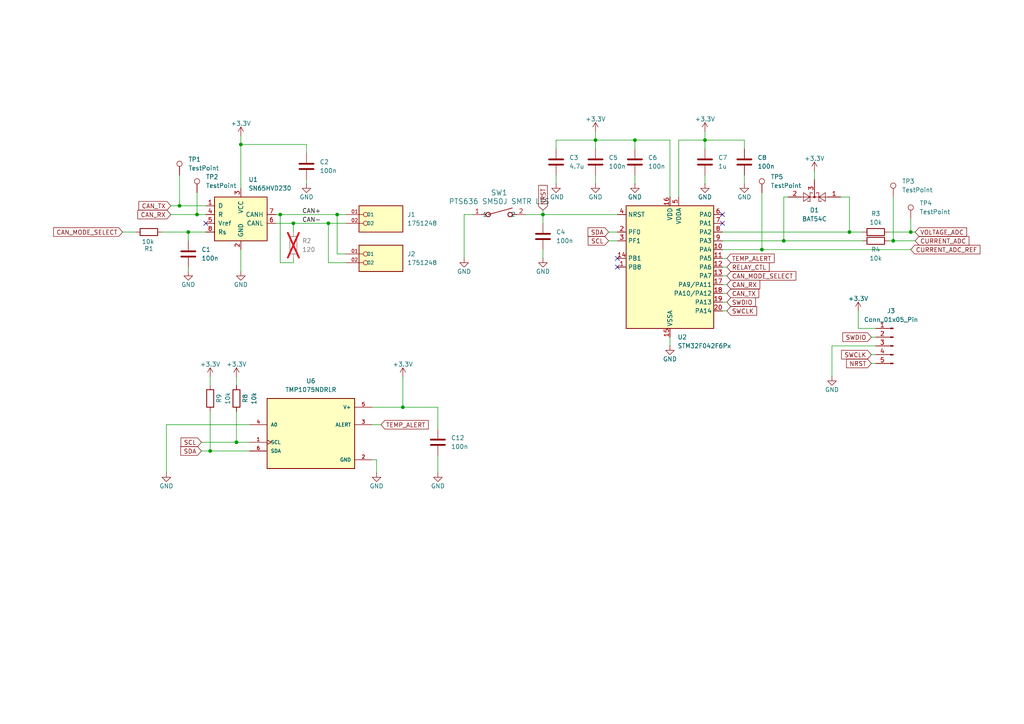
<source format=kicad_sch>
(kicad_sch (version 20231120) (generator "eeschema") (generator_version "8.0")
  (paper "A4")
  (lib_symbols
    (symbol "1751248:1751248" (pin_names (offset 1.016))
      (property "Reference" "J" (at -6.85 5.08 0))
      (property "Value" "1751248" (at -6.35 -5.08 0))
      (symbol "1751248_0_0"
        (rectangle (start -6.35 -2.54) (end 6.35 5.08) (stroke (width 0.254)) (fill (type background)))
        (circle (center -4.445 0) (radius 0.635) (stroke (width 0.1524)))
        (circle (center -4.445 2.54) (radius 0.635) (stroke (width 0.1524)))
        (pin passive line (at -10.16 2.54 0) (length 5.08) (name "01") (number "01"))
        (pin passive line (at -10.16 0 0) (length 5.08) (name "02") (number "02"))
      )
    )
    (symbol "Connector:Conn_01x05_Pin" (pin_names (offset 1.016) hide)
      (property "Reference" "J" (at 0 7.62 0))
      (property "Value" "Conn_01x05_Pin" (at 0 -7.62 0))
      (symbol "Conn_01x05_Pin_1_1"
        (polyline (pts (xy 1.27 -5.08) (xy 0.8636 -5.08)) (stroke (width 0.1524)))
        (polyline (pts (xy 1.27 -2.54) (xy 0.8636 -2.54)) (stroke (width 0.1524)))
        (polyline (pts (xy 1.27 0) (xy 0.8636 0)) (stroke (width 0.1524)))
        (polyline (pts (xy 1.27 2.54) (xy 0.8636 2.54)) (stroke (width 0.1524)))
        (polyline (pts (xy 1.27 5.08) (xy 0.8636 5.08)) (stroke (width 0.1524)))
        (rectangle (start 0.8636 -4.953) (end 0 -5.207) (stroke (width 0.1524)) (fill (type outline)))
        (rectangle (start 0.8636 -2.413) (end 0 -2.667) (stroke (width 0.1524)) (fill (type outline)))
        (rectangle (start 0.8636 0.127) (end 0 -0.127) (stroke (width 0.1524)) (fill (type outline)))
        (rectangle (start 0.8636 2.667) (end 0 2.413) (stroke (width 0.1524)) (fill (type outline)))
        (rectangle (start 0.8636 5.207) (end 0 4.953) (stroke (width 0.1524)) (fill (type outline)))
        (pin passive line (at 5.08 5.08 180) (length 3.81) (name "Pin_1") (number "1"))
        (pin passive line (at 5.08 2.54 180) (length 3.81) (name "Pin_2") (number "2"))
        (pin passive line (at 5.08 0 180) (length 3.81) (name "Pin_3") (number "3"))
        (pin passive line (at 5.08 -2.54 180) (length 3.81) (name "Pin_4") (number "4"))
        (pin passive line (at 5.08 -5.08 180) (length 3.81) (name "Pin_5") (number "5"))
      )
    )
    (symbol "Connector:TestPoint" (pin_numbers hide) (pin_names (offset 0.762) hide)
      (property "Reference" "TP" (at 0 6.858 0))
      (property "Value" "TestPoint" (at 0 5.08 0))
      (symbol "TestPoint_0_1"
        (circle (center 0 3.302) (radius 0.762))
      )
      (symbol "TestPoint_1_1"
        (pin passive line (at 0 0 90) (length 2.54) (name "1") (number "1"))
      )
    )
    (symbol "Device:C" (pin_numbers hide) (pin_names (offset 0.254))
      (property "Reference" "C" (at 0.635 2.54 0))
      (property "Value" "C" (at 0.635 -2.54 0))
      (symbol "C_0_1"
        (polyline (pts (xy -2.032 -0.762) (xy 2.032 -0.762)) (stroke (width 0.508)))
        (polyline (pts (xy -2.032 0.762) (xy 2.032 0.762)) (stroke (width 0.508)))
      )
      (symbol "C_1_1"
        (pin passive line (at 0 3.81 270) (length 2.794) (name "~") (number "1"))
        (pin passive line (at 0 -3.81 90) (length 2.794) (name "~") (number "2"))
      )
    )
    (symbol "Device:R" (pin_numbers hide) (pin_names (offset 0))
      (property "Reference" "R" (at 2.032 0 90))
      (property "Value" "R" (at 0 0 90))
      (symbol "R_0_1"
        (rectangle (start -1.016 -2.54) (end 1.016 2.54) (stroke (width 0.254)))
      )
      (symbol "R_1_1"
        (pin passive line (at 0 3.81 270) (length 1.27) (name "~") (number "1"))
        (pin passive line (at 0 -3.81 90) (length 1.27) (name "~") (number "2"))
      )
    )
    (symbol "Diode:BAT54C" (pin_names (offset 1.016))
      (property "Reference" "D" (at 0.635 -3.81 0))
      (property "Value" "BAT54C" (at -6.35 3.175 0))
      (symbol "BAT54C_0_1"
        (polyline (pts (xy -1.905 0) (xy 1.905 0)))
        (polyline (pts (xy -1.905 1.27) (xy -1.905 1.016)))
        (polyline (pts (xy -1.27 -1.27) (xy -0.635 -1.27)))
        (polyline (pts (xy -1.27 0) (xy -3.81 0)))
        (polyline (pts (xy -1.27 1.27) (xy -1.905 1.27)))
        (polyline (pts (xy -1.27 1.27) (xy -1.27 -1.27)))
        (polyline (pts (xy -0.635 -1.27) (xy -0.635 -1.016)))
        (polyline (pts (xy 0.635 -1.27) (xy 0.635 -1.016)))
        (polyline (pts (xy 1.27 -1.27) (xy 0.635 -1.27)))
        (polyline (pts (xy 1.27 1.27) (xy 1.27 -1.27)))
        (polyline (pts (xy 1.27 1.27) (xy 1.905 1.27)))
        (polyline (pts (xy 1.905 1.27) (xy 1.905 1.016)))
        (polyline (pts (xy 3.81 0) (xy 1.27 0)))
        (polyline (pts (xy -3.175 -1.27) (xy -3.175 1.27) (xy -1.27 0) (xy -3.175 -1.27)))
        (polyline (pts (xy 3.175 -1.27) (xy 3.175 1.27) (xy 1.27 0) (xy 3.175 -1.27)))
        (circle (center 0 0) (radius 0.254) (fill (type outline)))
      )
      (symbol "BAT54C_1_1"
        (pin passive line (at -7.62 0 0) (length 3.81) (name "~") (number "1"))
        (pin passive line (at 7.62 0 180) (length 3.81) (name "~") (number "2"))
        (pin passive line (at 0 -5.08 90) (length 5.08) (name "~") (number "3"))
      )
    )
    (symbol "Interface_CAN_LIN:SN65HVD230" (pin_names (offset 1.016))
      (property "Reference" "U" (at -2.54 10.16 0))
      (property "Value" "SN65HVD230" (at -2.54 7.62 0))
      (symbol "SN65HVD230_0_1"
        (rectangle (start -7.62 5.08) (end 7.62 -7.62) (stroke (width 0.254)) (fill (type background)))
      )
      (symbol "SN65HVD230_1_1"
        (pin input line (at -10.16 2.54 0) (length 2.54) (name "D") (number "1"))
        (pin power_in line (at 0 -10.16 90) (length 2.54) (name "GND") (number "2"))
        (pin power_in line (at 0 7.62 270) (length 2.54) (name "VCC") (number "3"))
        (pin output line (at -10.16 0 0) (length 2.54) (name "R") (number "4"))
        (pin output line (at -10.16 -2.54 0) (length 2.54) (name "Vref") (number "5"))
        (pin bidirectional line (at 10.16 -2.54 180) (length 2.54) (name "CANL") (number "6"))
        (pin bidirectional line (at 10.16 0 180) (length 2.54) (name "CANH") (number "7"))
        (pin input line (at -10.16 -5.08 0) (length 2.54) (name "Rs") (number "8"))
      )
    )
    (symbol "MCU_ST_STM32F0:STM32F042F6Px"
      (property "Reference" "U" (at -12.7 19.05 0))
      (property "Value" "STM32F042F6Px" (at 5.08 19.05 0))
      (symbol "STM32F042F6Px_0_1"
        (rectangle (start -12.7 -17.78) (end 12.7 17.78) (stroke (width 0.254)) (fill (type background)))
      )
      (symbol "STM32F042F6Px_1_1"
        (pin bidirectional line (at -15.24 0 0) (length 2.54) (name "PB8") (number "1"))
        (pin bidirectional line (at 15.24 5.08 180) (length 2.54) (name "PA4") (number "10"))
        (pin bidirectional line (at 15.24 2.54 180) (length 2.54) (name "PA5") (number "11"))
        (pin bidirectional line (at 15.24 0 180) (length 2.54) (name "PA6") (number "12"))
        (pin bidirectional line (at 15.24 -2.54 180) (length 2.54) (name "PA7") (number "13"))
        (pin bidirectional line (at -15.24 2.54 0) (length 2.54) (name "PB1") (number "14"))
        (pin power_in line (at 0 -20.32 90) (length 2.54) (name "VSSA") (number "15"))
        (pin power_in line (at 0 20.32 270) (length 2.54) (name "VDD") (number "16"))
        (pin bidirectional line (at 15.24 -5.08 180) (length 2.54) (name "PA9/PA11") (number "17"))
        (pin bidirectional line (at 15.24 -7.62 180) (length 2.54) (name "PA10/PA12") (number "18"))
        (pin bidirectional line (at 15.24 -10.16 180) (length 2.54) (name "PA13") (number "19"))
        (pin bidirectional line (at -15.24 10.16 0) (length 2.54) (name "PF0") (number "2"))
        (pin bidirectional line (at 15.24 -12.7 180) (length 2.54) (name "PA14") (number "20"))
        (pin bidirectional line (at -15.24 7.62 0) (length 2.54) (name "PF1") (number "3"))
        (pin input line (at -15.24 15.24 0) (length 2.54) (name "NRST") (number "4"))
        (pin power_in line (at 2.54 20.32 270) (length 2.54) (name "VDDA") (number "5"))
        (pin bidirectional line (at 15.24 15.24 180) (length 2.54) (name "PA0") (number "6"))
        (pin bidirectional line (at 15.24 12.7 180) (length 2.54) (name "PA1") (number "7"))
        (pin bidirectional line (at 15.24 10.16 180) (length 2.54) (name "PA2") (number "8"))
        (pin bidirectional line (at 15.24 7.62 180) (length 2.54) (name "PA3") (number "9"))
      )
    )
    (symbol "PTS636_SM50J_SMTR_LFS:PTS636_SM50J_SMTR_LFS" (pin_names (offset 0.254))
      (property "Reference" "SW" (at 7.62 3.81 0))
      (property "Value" "PTS636 SM50J SMTR LFS" (at 0 0 0))
      (symbol "PTS636_SM50J_SMTR_LFS_0_1"
        (polyline (pts (xy 2.54 0) (xy 3.81 0)) (stroke (width 0.2032)))
        (polyline (pts (xy 4.445 0) (xy 11.43 1.905)) (stroke (width 0.2032)))
        (polyline (pts (xy 12.7 0) (xy 11.43 0)) (stroke (width 0.2032)))
        (circle (center 4.445 0) (radius 0.635) (stroke (width 0.254)))
        (circle (center 10.795 0) (radius 0.635) (stroke (width 0.254)))
        (pin unspecified line (at 0 0 0) (length 2.54) (name "1") (number "1"))
        (pin unspecified line (at 15.24 0 180) (length 2.54) (name "2") (number "2"))
      )
    )
    (symbol "TMP1075NDRLR:TMP1075NDRLR" (pin_names (offset 1.016))
      (property "Reference" "U" (at -12.7 11.43 0))
      (property "Value" "TMP1075NDRLR" (at -12.7 -11.43 0))
      (symbol "TMP1075NDRLR_0_0"
        (rectangle (start -12.7 -10.16) (end 12.7 10.16) (stroke (width 0.254)) (fill (type background)))
        (pin input clock (at -17.78 -2.54 0) (length 5.08) (name "SCL") (number "1"))
        (pin power_in line (at 17.78 -7.62 180) (length 5.08) (name "GND") (number "2"))
        (pin output line (at 17.78 2.54 180) (length 5.08) (name "ALERT") (number "3"))
        (pin input line (at -17.78 2.54 0) (length 5.08) (name "A0") (number "4"))
        (pin power_in line (at 17.78 7.62 180) (length 5.08) (name "V+") (number "5"))
        (pin bidirectional line (at -17.78 -5.08 0) (length 5.08) (name "SDA") (number "6"))
      )
    )
    (symbol "power:+3.3V" (power) (pin_numbers hide) (pin_names (offset 0) hide)
      (property "Value" "+3.3V" (at 0 3.556 0))
      (symbol "+3.3V_0_1"
        (polyline (pts (xy -0.762 1.27) (xy 0 2.54)))
        (polyline (pts (xy 0 0) (xy 0 2.54)))
        (polyline (pts (xy 0 2.54) (xy 0.762 1.27)))
      )
      (symbol "+3.3V_1_1"
        (pin power_in line (at 0 0 90) (length 0) (name "~") (number "1"))
      )
    )
    (symbol "power:GND" (power) (pin_numbers hide) (pin_names (offset 0) hide)
      (property "Value" "GND" (at 0 -3.81 0))
      (symbol "GND_0_1"
        (polyline (pts (xy 0 0) (xy 0 -1.27) (xy 1.27 -1.27) (xy 0 -2.54) (xy -1.27 -1.27) (xy 0 -1.27)))
      )
      (symbol "GND_1_1"
        (pin power_in line (at 0 0 270) (length 0) (name "~") (number "1"))
      )
    )
  )
  (junction (at 246.38 67.31))
  (junction (at 85.09 64.77))
  (junction (at 172.72 40.64))
  (junction (at 227.33 69.85))
  (junction (at 97.79 62.23))
  (junction (at 69.85 41.91))
  (junction (at 57.15 62.23))
  (junction (at 264.16 67.31))
  (junction (at 68.58 128.27))
  (junction (at 116.84 118.11))
  (junction (at 184.15 40.64))
  (junction (at 204.47 40.64))
  (junction (at 60.96 130.81))
  (junction (at 81.28 62.23))
  (junction (at 220.98 72.39))
  (junction (at 54.61 67.31))
  (junction (at 157.48 62.23))
  (junction (at 95.25 64.77))
  (junction (at 259.08 69.85))
  (junction (at 52.07 59.69))
  (no_connect (at 59.69 64.77))
  (no_connect (at 209.55 62.23))
  (no_connect (at 179.07 77.47))
  (no_connect (at 209.55 64.77))
  (no_connect (at 179.07 74.93))
  (wire (pts (xy 100.33 73.66) (xy 97.79 73.66)))
  (wire (pts (xy 157.48 72.39) (xy 157.48 74.93)))
  (wire (pts (xy 194.31 57.15) (xy 194.31 40.64)))
  (wire (pts (xy 243.84 57.15) (xy 246.38 57.15)))
  (wire (pts (xy 254 95.25) (xy 248.92 95.25)))
  (wire (pts (xy 68.58 119.38) (xy 68.58 128.27)))
  (wire (pts (xy 52.07 50.8) (xy 52.07 59.69)))
  (wire (pts (xy 196.85 40.64) (xy 204.47 40.64)))
  (wire (pts (xy 172.72 40.64) (xy 184.15 40.64)))
  (wire (pts (xy 252.73 102.87) (xy 254 102.87)))
  (wire (pts (xy 49.53 59.69) (xy 52.07 59.69)))
  (wire (pts (xy 54.61 67.31) (xy 59.69 67.31)))
  (wire (pts (xy 69.85 72.39) (xy 69.85 78.74)))
  (wire (pts (xy 264.16 72.39) (xy 220.98 72.39)))
  (wire (pts (xy 85.09 64.77) (xy 85.09 67.31)))
  (wire (pts (xy 57.15 55.88) (xy 57.15 62.23)))
  (wire (pts (xy 97.79 62.23) (xy 100.33 62.23)))
  (wire (pts (xy 227.33 69.85) (xy 250.19 69.85)))
  (wire (pts (xy 116.84 109.22) (xy 116.84 118.11)))
  (wire (pts (xy 116.84 118.11) (xy 107.95 118.11)))
  (wire (pts (xy 127 124.46) (xy 127 118.11)))
  (wire (pts (xy 127 137.16) (xy 127 132.08)))
  (wire (pts (xy 157.48 62.23) (xy 157.48 64.77)))
  (wire (pts (xy 49.53 62.23) (xy 57.15 62.23)))
  (wire (pts (xy 88.9 41.91) (xy 88.9 44.45)))
  (wire (pts (xy 220.98 72.39) (xy 209.55 72.39)))
  (wire (pts (xy 248.92 95.25) (xy 248.92 90.17)))
  (wire (pts (xy 246.38 67.31) (xy 250.19 67.31)))
  (wire (pts (xy 88.9 53.34) (xy 88.9 52.07)))
  (wire (pts (xy 204.47 40.64) (xy 215.9 40.64)))
  (wire (pts (xy 257.81 67.31) (xy 264.16 67.31)))
  (wire (pts (xy 241.3 100.33) (xy 254 100.33)))
  (wire (pts (xy 176.53 67.31) (xy 179.07 67.31)))
  (wire (pts (xy 52.07 59.69) (xy 59.69 59.69)))
  (wire (pts (xy 204.47 50.8) (xy 204.47 53.34)))
  (wire (pts (xy 246.38 57.15) (xy 246.38 67.31)))
  (wire (pts (xy 109.22 133.35) (xy 107.95 133.35)))
  (wire (pts (xy 134.62 62.23) (xy 137.16 62.23)))
  (wire (pts (xy 194.31 97.79) (xy 194.31 100.33)))
  (wire (pts (xy 68.58 109.22) (xy 68.58 111.76)))
  (wire (pts (xy 58.42 130.81) (xy 60.96 130.81)))
  (wire (pts (xy 60.96 130.81) (xy 72.39 130.81)))
  (wire (pts (xy 184.15 43.18) (xy 184.15 40.64)))
  (wire (pts (xy 184.15 50.8) (xy 184.15 53.34)))
  (wire (pts (xy 157.48 60.96) (xy 157.48 62.23)))
  (wire (pts (xy 95.25 76.2) (xy 95.25 64.77)))
  (wire (pts (xy 210.82 80.01) (xy 209.55 80.01)))
  (wire (pts (xy 81.28 62.23) (xy 97.79 62.23)))
  (wire (pts (xy 95.25 64.77) (xy 100.33 64.77)))
  (wire (pts (xy 172.72 50.8) (xy 172.72 53.34)))
  (wire (pts (xy 54.61 69.85) (xy 54.61 67.31)))
  (wire (pts (xy 172.72 38.1) (xy 172.72 40.64)))
  (wire (pts (xy 80.01 62.23) (xy 81.28 62.23)))
  (wire (pts (xy 209.55 69.85) (xy 227.33 69.85)))
  (wire (pts (xy 85.09 76.2) (xy 85.09 74.93)))
  (wire (pts (xy 46.99 67.31) (xy 54.61 67.31)))
  (wire (pts (xy 157.48 62.23) (xy 179.07 62.23)))
  (wire (pts (xy 259.08 69.85) (xy 265.43 69.85)))
  (wire (pts (xy 60.96 109.22) (xy 60.96 111.76)))
  (wire (pts (xy 85.09 64.77) (xy 95.25 64.77)))
  (wire (pts (xy 264.16 63.5) (xy 264.16 67.31)))
  (wire (pts (xy 161.29 40.64) (xy 161.29 43.18)))
  (wire (pts (xy 209.55 74.93) (xy 210.82 74.93)))
  (wire (pts (xy 184.15 40.64) (xy 194.31 40.64)))
  (wire (pts (xy 264.16 67.31) (xy 265.43 67.31)))
  (wire (pts (xy 210.82 85.09) (xy 209.55 85.09)))
  (wire (pts (xy 215.9 40.64) (xy 215.9 43.18)))
  (wire (pts (xy 69.85 39.37) (xy 69.85 41.91)))
  (wire (pts (xy 172.72 40.64) (xy 161.29 40.64)))
  (wire (pts (xy 54.61 78.74) (xy 54.61 77.47)))
  (wire (pts (xy 127 118.11) (xy 116.84 118.11)))
  (wire (pts (xy 48.26 137.16) (xy 48.26 123.19)))
  (wire (pts (xy 210.82 87.63) (xy 209.55 87.63)))
  (wire (pts (xy 252.73 97.79) (xy 254 97.79)))
  (wire (pts (xy 58.42 128.27) (xy 68.58 128.27)))
  (wire (pts (xy 68.58 128.27) (xy 72.39 128.27)))
  (wire (pts (xy 176.53 69.85) (xy 179.07 69.85)))
  (wire (pts (xy 110.49 123.19) (xy 107.95 123.19)))
  (wire (pts (xy 35.56 67.31) (xy 39.37 67.31)))
  (wire (pts (xy 152.4 62.23) (xy 157.48 62.23)))
  (wire (pts (xy 204.47 40.64) (xy 204.47 43.18)))
  (wire (pts (xy 210.82 90.17) (xy 209.55 90.17)))
  (wire (pts (xy 172.72 40.64) (xy 172.72 43.18)))
  (wire (pts (xy 259.08 57.15) (xy 259.08 69.85)))
  (wire (pts (xy 196.85 57.15) (xy 196.85 40.64)))
  (wire (pts (xy 241.3 109.22) (xy 241.3 100.33)))
  (wire (pts (xy 85.09 76.2) (xy 81.28 76.2)))
  (wire (pts (xy 134.62 74.93) (xy 134.62 62.23)))
  (wire (pts (xy 57.15 62.23) (xy 59.69 62.23)))
  (wire (pts (xy 209.55 67.31) (xy 246.38 67.31)))
  (wire (pts (xy 215.9 50.8) (xy 215.9 53.34)))
  (wire (pts (xy 69.85 41.91) (xy 88.9 41.91)))
  (wire (pts (xy 252.73 105.41) (xy 254 105.41)))
  (wire (pts (xy 100.33 76.2) (xy 95.25 76.2)))
  (wire (pts (xy 161.29 50.8) (xy 161.29 53.34)))
  (wire (pts (xy 69.85 54.61) (xy 69.85 41.91)))
  (wire (pts (xy 257.81 69.85) (xy 259.08 69.85)))
  (wire (pts (xy 48.26 123.19) (xy 72.39 123.19)))
  (wire (pts (xy 60.96 119.38) (xy 60.96 130.81)))
  (wire (pts (xy 209.55 77.47) (xy 210.82 77.47)))
  (wire (pts (xy 81.28 76.2) (xy 81.28 62.23)))
  (wire (pts (xy 210.82 82.55) (xy 209.55 82.55)))
  (wire (pts (xy 227.33 57.15) (xy 227.33 69.85)))
  (wire (pts (xy 228.6 57.15) (xy 227.33 57.15)))
  (wire (pts (xy 109.22 137.16) (xy 109.22 133.35)))
  (wire (pts (xy 97.79 73.66) (xy 97.79 62.23)))
  (wire (pts (xy 80.01 64.77) (xy 85.09 64.77)))
  (wire (pts (xy 220.98 55.88) (xy 220.98 72.39)))
  (wire (pts (xy 236.22 49.53) (xy 236.22 52.07)))
  (wire (pts (xy 204.47 38.1) (xy 204.47 40.64)))
  (label "CAN+" (at 87.63 62.23 0))
  (label "CAN-" (at 87.63 64.77 0))
  (global_label "SDA" (shape input) (at 176.53 67.31 180) (property "Intersheetrefs" "${INTERSHEET_REFS}" (effects (hide yes))))
  (global_label "NRST" (shape input) (at 157.48 60.96 90) (property "Intersheetrefs" "${INTERSHEET_REFS}" (effects (hide yes))))
  (global_label "NRST" (shape input) (at 252.73 105.41 180) (property "Intersheetrefs" "${INTERSHEET_REFS}" (effects (hide yes))))
  (global_label "CAN_TX" (shape input) (at 49.53 59.69 180) (property "Intersheetrefs" "${INTERSHEET_REFS}" (effects (hide yes))))
  (global_label "CAN_RX" (shape input) (at 210.82 82.55 0) (property "Intersheetrefs" "${INTERSHEET_REFS}" (effects (hide yes))))
  (global_label "VOLTAGE_ADC" (shape input) (at 265.43 67.31 0) (property "Intersheetrefs" "${INTERSHEET_REFS}" (effects (hide yes))))
  (global_label "TEMP_ALERT" (shape input) (at 210.82 74.93 0) (property "Intersheetrefs" "${INTERSHEET_REFS}" (effects (hide yes))))
  (global_label "CURRENT_ADC_REF" (shape input) (at 264.16 72.39 0) (property "Intersheetrefs" "${INTERSHEET_REFS}" (effects (hide yes))))
  (global_label "CAN_RX" (shape input) (at 49.53 62.23 180) (property "Intersheetrefs" "${INTERSHEET_REFS}" (effects (hide yes))))
  (global_label "CAN_TX" (shape input) (at 210.82 85.09 0) (property "Intersheetrefs" "${INTERSHEET_REFS}" (effects (hide yes))))
  (global_label "SWDIO" (shape input) (at 210.82 87.63 0) (property "Intersheetrefs" "${INTERSHEET_REFS}" (effects (hide yes))))
  (global_label "SWCLK" (shape input) (at 252.73 102.87 180) (property "Intersheetrefs" "${INTERSHEET_REFS}" (effects (hide yes))))
  (global_label "SWCLK" (shape input) (at 210.82 90.17 0) (property "Intersheetrefs" "${INTERSHEET_REFS}" (effects (hide yes))))
  (global_label "SWDIO" (shape input) (at 252.73 97.79 180) (property "Intersheetrefs" "${INTERSHEET_REFS}" (effects (hide yes))))
  (global_label "CAN_MODE_SELECT" (shape input) (at 210.82 80.01 0) (property "Intersheetrefs" "${INTERSHEET_REFS}" (effects (hide yes))))
  (global_label "SDA" (shape input) (at 58.42 130.81 180) (property "Intersheetrefs" "${INTERSHEET_REFS}" (effects (hide yes))))
  (global_label "RELAY_CTL" (shape input) (at 210.82 77.47 0) (property "Intersheetrefs" "${INTERSHEET_REFS}" (effects (hide yes))))
  (global_label "TEMP_ALERT" (shape input) (at 110.49 123.19 0) (property "Intersheetrefs" "${INTERSHEET_REFS}" (effects (hide yes))))
  (global_label "SCL" (shape input) (at 176.53 69.85 180) (property "Intersheetrefs" "${INTERSHEET_REFS}" (effects (hide yes))))
  (global_label "CAN_MODE_SELECT" (shape input) (at 35.56 67.31 180) (property "Intersheetrefs" "${INTERSHEET_REFS}" (effects (hide yes))))
  (global_label "SCL" (shape input) (at 58.42 128.27 180) (property "Intersheetrefs" "${INTERSHEET_REFS}" (effects (hide yes))))
  (global_label "CURRENT_ADC" (shape input) (at 265.43 69.85 0) (property "Intersheetrefs" "${INTERSHEET_REFS}" (effects (hide yes))))
  (symbol (lib_id "Device:C") (at 184.15 46.99 0) (unit 1)
    (property "Reference" "C6" (at 187.96 45.7199 0) (effects (justify left)))
    (property "Value" "100n" (at 187.96 48.2599 0) (effects (justify left)))
    (property "Footprint" "Capacitor_SMD:C_0603_1608Metric_Pad1.08x0.95mm_HandSolder" (effects (hide yes)))
    (property "Description" "Unpolarized capacitor" (effects (hide yes)))
  )
  (symbol (lib_id "Device:C") (at 172.72 46.99 0) (unit 1)
    (property "Reference" "C5" (at 176.53 45.7199 0) (effects (justify left)))
    (property "Value" "100n" (at 176.53 48.2599 0) (effects (justify left)))
    (property "Footprint" "Capacitor_SMD:C_0603_1608Metric_Pad1.08x0.95mm_HandSolder" (effects (hide yes)))
    (property "Description" "Unpolarized capacitor" (effects (hide yes)))
  )
  (symbol (lib_id "MCU_ST_STM32F0:STM32F042F6Px") (at 194.31 77.47 0) (unit 1)
    (property "Reference" "U2" (at 196.5041 97.79 0) (effects (justify left)))
    (property "Value" "STM32F042F6Px" (at 196.5041 100.33 0) (effects (justify left)))
    (property "Footprint" "Package_SO:TSSOP-20_4.4x6.5mm_P0.65mm" (effects (hide yes)))
    (property "Datasheet" "https://www.st.com/resource/en/datasheet/stm32f042f6.pdf" (effects (hide yes)))
    (property "Description" "STMicroelectronics Arm Cortex-M0 MCU, 32KB flash, 6KB RAM, 48 MHz, 2.0-3.6V, 16 GPIO, TSSOP20" (effects (hide yes)))
  )
  (symbol (lib_id "Device:C") (at 215.9 46.99 0) (unit 1)
    (property "Reference" "C8" (at 219.71 45.7199 0) (effects (justify left)))
    (property "Value" "100n" (at 219.71 48.2599 0) (effects (justify left)))
    (property "Footprint" "Capacitor_SMD:C_0603_1608Metric_Pad1.08x0.95mm_HandSolder" (effects (hide yes)))
    (property "Description" "Unpolarized capacitor" (effects (hide yes)))
  )
  (symbol (lib_id "Connector:TestPoint") (at 57.15 55.88 0) (unit 1)
    (property "Reference" "TP2" (at 59.69 51.3079 0) (effects (justify left)))
    (property "Value" "TestPoint" (at 59.69 53.8479 0) (effects (justify left)))
    (property "Footprint" "TestPoint:TestPoint_Pad_D1.0mm" (effects (hide yes)))
    (property "Description" "test point" (effects (hide yes)))
  )
  (symbol (lib_id "Device:C") (at 127 128.27 0) (unit 1)
    (property "Reference" "C12" (at 130.81 126.9999 0) (effects (justify left)))
    (property "Value" "100n" (at 130.81 129.5399 0) (effects (justify left)))
    (property "Footprint" "Capacitor_SMD:C_0603_1608Metric_Pad1.08x0.95mm_HandSolder" (effects (hide yes)))
    (property "Description" "Unpolarized capacitor" (effects (hide yes)))
  )
  (symbol (lib_id "power:+3.3V") (at 172.72 38.1 0) (unit 1)
    (property "Reference" "#PWR08" (effects (hide yes)))
    (property "Value" "+3.3V" (at 172.72 34.544 0))
    (property "Description" "Power symbol creates a global label with name \"+3.3V\"" (effects (hide yes)))
  )
  (symbol (lib_id "power:GND") (at 109.22 137.16 0) (unit 1)
    (property "Reference" "#PWR038" (effects (hide yes)))
    (property "Value" "GND" (at 109.22 140.97 0))
    (property "Description" "Power symbol creates a global label with name \"GND\" , ground" (effects (hide yes)))
  )
  (symbol (lib_id "power:+3.3V") (at 236.22 49.53 0) (unit 1)
    (property "Reference" "#PWR015" (effects (hide yes)))
    (property "Value" "+3.3V" (at 236.22 45.974 0))
    (property "Description" "Power symbol creates a global label with name \"+3.3V\"" (effects (hide yes)))
  )
  (symbol (lib_id "Device:C") (at 54.61 73.66 0) (unit 1)
    (property "Reference" "C1" (at 58.42 72.3899 0) (effects (justify left)))
    (property "Value" "100n" (at 58.42 74.9299 0) (effects (justify left)))
    (property "Footprint" "Capacitor_SMD:C_0603_1608Metric_Pad1.08x0.95mm_HandSolder" (effects (hide yes)))
    (property "Description" "Unpolarized capacitor" (effects (hide yes)))
  )
  (symbol (lib_id "power:+3.3V") (at 116.84 109.22 0) (unit 1)
    (property "Reference" "#PWR039" (effects (hide yes)))
    (property "Value" "+3.3V" (at 116.84 105.664 0))
    (property "Description" "Power symbol creates a global label with name \"+3.3V\"" (effects (hide yes)))
  )
  (symbol (lib_id "Connector:Conn_01x05_Pin") (at 259.08 100.33 0) (mirror y) (unit 1)
    (property "Reference" "J3" (at 258.445 90.17 0))
    (property "Value" "Conn_01x05_Pin" (at 258.445 92.71 0))
    (property "Footprint" "Connector_PinHeader_2.54mm:PinHeader_1x05_P2.54mm_Horizontal" (effects (hide yes)))
    (property "Description" "Generic connector, single row, 01x05, script generated" (effects (hide yes)))
  )
  (symbol (lib_id "Device:C") (at 157.48 68.58 0) (unit 1)
    (property "Reference" "C4" (at 161.29 67.3099 0) (effects (justify left)))
    (property "Value" "100n" (at 161.29 69.8499 0) (effects (justify left)))
    (property "Footprint" "Capacitor_SMD:C_0603_1608Metric_Pad1.08x0.95mm_HandSolder" (effects (hide yes)))
    (property "Description" "Unpolarized capacitor" (effects (hide yes)))
  )
  (symbol (lib_id "power:GND") (at 157.48 74.93 0) (unit 1)
    (property "Reference" "#PWR07" (effects (hide yes)))
    (property "Value" "GND" (at 157.48 78.74 0))
    (property "Description" "Power symbol creates a global label with name \"GND\" , ground" (effects (hide yes)))
  )
  (symbol (lib_id "Device:R") (at 85.09 71.12 0) (unit 1) (in_bom no) (dnp yes)
    (property "Reference" "R2" (at 87.63 69.8499 0) (effects (justify left)))
    (property "Value" "120" (at 87.63 72.3899 0) (effects (justify left)))
    (property "Footprint" "Resistor_SMD:R_0603_1608Metric_Pad0.98x0.95mm_HandSolder" (effects (hide yes)))
    (property "Description" "Resistor" (effects (hide yes)))
  )
  (symbol (lib_id "power:+3.3V") (at 204.47 38.1 0) (unit 1)
    (property "Reference" "#PWR012" (effects (hide yes)))
    (property "Value" "+3.3V" (at 204.47 34.544 0))
    (property "Description" "Power symbol creates a global label with name \"+3.3V\"" (effects (hide yes)))
  )
  (symbol (lib_id "power:GND") (at 215.9 53.34 0) (unit 1)
    (property "Reference" "#PWR014" (effects (hide yes)))
    (property "Value" "GND" (at 215.9 57.15 0))
    (property "Description" "Power symbol creates a global label with name \"GND\" , ground" (effects (hide yes)))
  )
  (symbol (lib_id "Device:R") (at 60.96 115.57 180) (unit 1)
    (property "Reference" "R9" (at 63.5 115.57 90))
    (property "Value" "10k" (at 66.04 115.57 90))
    (property "Footprint" "Resistor_SMD:R_0603_1608Metric_Pad0.98x0.95mm_HandSolder" (effects (hide yes)))
    (property "Description" "Resistor" (effects (hide yes)))
  )
  (symbol (lib_id "power:GND") (at 127 137.16 0) (unit 1)
    (property "Reference" "#PWR037" (effects (hide yes)))
    (property "Value" "GND" (at 127 140.97 0))
    (property "Description" "Power symbol creates a global label with name \"GND\" , ground" (effects (hide yes)))
  )
  (symbol (lib_id "Device:R") (at 254 69.85 90) (unit 1)
    (property "Reference" "R4" (at 254 72.39 90))
    (property "Value" "10k" (at 254 74.93 90))
    (property "Footprint" "Resistor_SMD:R_0603_1608Metric_Pad0.98x0.95mm_HandSolder" (effects (hide yes)))
    (property "Description" "Resistor" (effects (hide yes)))
  )
  (symbol (lib_id "power:GND") (at 48.26 137.16 0) (unit 1)
    (property "Reference" "#PWR040" (effects (hide yes)))
    (property "Value" "GND" (at 48.26 140.97 0))
    (property "Description" "Power symbol creates a global label with name \"GND\" , ground" (effects (hide yes)))
  )
  (symbol (lib_id "Device:C") (at 204.47 46.99 0) (unit 1)
    (property "Reference" "C7" (at 208.28 45.7199 0) (effects (justify left)))
    (property "Value" "1u" (at 208.28 48.2599 0) (effects (justify left)))
    (property "Footprint" "Capacitor_SMD:C_0603_1608Metric_Pad1.08x0.95mm_HandSolder" (effects (hide yes)))
    (property "Description" "Unpolarized capacitor" (effects (hide yes)))
  )
  (symbol (lib_id "power:GND") (at 204.47 53.34 0) (unit 1)
    (property "Reference" "#PWR013" (effects (hide yes)))
    (property "Value" "GND" (at 204.47 57.15 0))
    (property "Description" "Power symbol creates a global label with name \"GND\" , ground" (effects (hide yes)))
  )
  (symbol (lib_id "power:GND") (at 194.31 100.33 0) (unit 1)
    (property "Reference" "#PWR011" (effects (hide yes)))
    (property "Value" "GND" (at 194.31 104.14 0))
    (property "Description" "Power symbol creates a global label with name \"GND\" , ground" (effects (hide yes)))
  )
  (symbol (lib_id "power:+3.3V") (at 60.96 109.22 0) (unit 1)
    (property "Reference" "#PWR041" (effects (hide yes)))
    (property "Value" "+3.3V" (at 60.96 105.664 0))
    (property "Description" "Power symbol creates a global label with name \"+3.3V\"" (effects (hide yes)))
  )
  (symbol (lib_id "power:+3.3V") (at 69.85 39.37 0) (unit 1)
    (property "Reference" "#PWR02" (effects (hide yes)))
    (property "Value" "+3.3V" (at 69.85 35.814 0))
    (property "Description" "Power symbol creates a global label with name \"+3.3V\"" (effects (hide yes)))
  )
  (symbol (lib_id "power:GND") (at 69.85 78.74 0) (unit 1)
    (property "Reference" "#PWR03" (effects (hide yes)))
    (property "Value" "GND" (at 69.85 82.55 0))
    (property "Description" "Power symbol creates a global label with name \"GND\" , ground" (effects (hide yes)))
  )
  (symbol (lib_id "power:GND") (at 54.61 78.74 0) (unit 1)
    (property "Reference" "#PWR01" (effects (hide yes)))
    (property "Value" "GND" (at 54.61 82.55 0))
    (property "Description" "Power symbol creates a global label with name \"GND\" , ground" (effects (hide yes)))
  )
  (symbol (lib_id "power:+3.3V") (at 248.92 90.17 0) (unit 1)
    (property "Reference" "#PWR017" (effects (hide yes)))
    (property "Value" "+3.3V" (at 248.92 86.614 0))
    (property "Description" "Power symbol creates a global label with name \"+3.3V\"" (effects (hide yes)))
  )
  (symbol (lib_id "power:GND") (at 161.29 53.34 0) (unit 1)
    (property "Reference" "#PWR06" (effects (hide yes)))
    (property "Value" "GND" (at 161.544 57.15 0))
    (property "Description" "Power symbol creates a global label with name \"GND\" , ground" (effects (hide yes)))
  )
  (symbol (lib_id "Connector:TestPoint") (at 259.08 57.15 0) (unit 1)
    (property "Reference" "TP3" (at 261.62 52.5779 0) (effects (justify left)))
    (property "Value" "TestPoint" (at 261.62 55.1179 0) (effects (justify left)))
    (property "Footprint" "TestPoint:TestPoint_Pad_D1.0mm" (effects (hide yes)))
    (property "Description" "test point" (effects (hide yes)))
  )
  (symbol (lib_id "power:GND") (at 172.72 53.34 0) (unit 1)
    (property "Reference" "#PWR09" (effects (hide yes)))
    (property "Value" "GND" (at 172.72 57.15 0))
    (property "Description" "Power symbol creates a global label with name \"GND\" , ground" (effects (hide yes)))
  )
  (symbol (lib_id "Device:R") (at 68.58 115.57 180) (unit 1)
    (property "Reference" "R8" (at 71.12 115.57 90))
    (property "Value" "10k" (at 73.66 115.57 90))
    (property "Footprint" "Resistor_SMD:R_0603_1608Metric_Pad0.98x0.95mm_HandSolder" (effects (hide yes)))
    (property "Description" "Resistor" (effects (hide yes)))
  )
  (symbol (lib_id "power:GND") (at 184.15 53.34 0) (unit 1)
    (property "Reference" "#PWR010" (effects (hide yes)))
    (property "Value" "GND" (at 184.15 57.15 0))
    (property "Description" "Power symbol creates a global label with name \"GND\" , ground" (effects (hide yes)))
  )
  (symbol (lib_id "PTS636_SM50J_SMTR_LFS:PTS636_SM50J_SMTR_LFS") (at 137.16 62.23 0) (unit 1)
    (property "Reference" "SW1" (at 144.78 55.88 0) (effects (font (size 1.524 1.524))))
    (property "Value" "PTS636 SM50J SMTR LFS" (at 144.78 58.42 0) (effects (font (size 1.524 1.524))))
    (property "Footprint" "SW_PTS636_CNK" (effects (hide yes)))
    (property "Datasheet" "PTS636 SM50J SMTR LFS" (effects (hide yes)))
  )
  (symbol (lib_id "Diode:BAT54C") (at 236.22 57.15 180) (unit 1)
    (property "Reference" "D1" (at 236.22 60.96 0))
    (property "Value" "BAT54C" (at 236.22 63.5 0))
    (property "Footprint" "Package_TO_SOT_SMD:SOT-23" (effects (hide yes)))
    (property "Datasheet" "http://www.diodes.com/_files/datasheets/ds11005.pdf" (effects (hide yes)))
    (property "Description" "dual schottky barrier diode, common cathode" (effects (hide yes)))
  )
  (symbol (lib_id "power:+3.3V") (at 68.58 109.22 0) (unit 1)
    (property "Reference" "#PWR042" (effects (hide yes)))
    (property "Value" "+3.3V" (at 68.58 105.664 0))
    (property "Description" "Power symbol creates a global label with name \"+3.3V\"" (effects (hide yes)))
  )
  (symbol (lib_id "Connector:TestPoint") (at 52.07 50.8 0) (unit 1)
    (property "Reference" "TP1" (at 54.61 46.2279 0) (effects (justify left)))
    (property "Value" "TestPoint" (at 54.61 48.7679 0) (effects (justify left)))
    (property "Footprint" "TestPoint:TestPoint_Pad_D1.0mm" (effects (hide yes)))
    (property "Description" "test point" (effects (hide yes)))
  )
  (symbol (lib_id "Device:C") (at 88.9 48.26 0) (unit 1)
    (property "Reference" "C2" (at 92.71 46.9899 0) (effects (justify left)))
    (property "Value" "100n" (at 92.71 49.5299 0) (effects (justify left)))
    (property "Footprint" "Capacitor_SMD:C_0603_1608Metric_Pad1.08x0.95mm_HandSolder" (effects (hide yes)))
    (property "Description" "Unpolarized capacitor" (effects (hide yes)))
  )
  (symbol (lib_id "power:GND") (at 241.3 109.22 0) (unit 1)
    (property "Reference" "#PWR016" (effects (hide yes)))
    (property "Value" "GND" (at 241.3 113.03 0))
    (property "Description" "Power symbol creates a global label with name \"GND\" , ground" (effects (hide yes)))
  )
  (symbol (lib_id "1751248:1751248") (at 110.49 76.2 0) (unit 1)
    (property "Reference" "J2" (at 118.11 73.6599 0) (effects (justify left)))
    (property "Value" "1751248" (at 118.11 76.1999 0) (effects (justify left)))
    (property "Footprint" "1751248:PHOENIX_1751248" (effects (hide yes)))
    (property "PARTREV" "03.03.2021" (effects (hide yes)))
    (property "STANDARD" "Manufacturer Recommendations" (effects (hide yes)))
    (property "MANUFACTURER" "Phoenix Contact" (effects (hide yes)))
  )
  (symbol (lib_id "Connector:TestPoint") (at 264.16 63.5 0) (unit 1)
    (property "Reference" "TP4" (at 266.7 58.9279 0) (effects (justify left)))
    (property "Value" "TestPoint" (at 266.7 61.4679 0) (effects (justify left)))
    (property "Footprint" "TestPoint:TestPoint_Pad_D1.0mm" (effects (hide yes)))
    (property "Description" "test point" (effects (hide yes)))
  )
  (symbol (lib_id "1751248:1751248") (at 110.49 64.77 0) (unit 1)
    (property "Reference" "J1" (at 118.11 62.2299 0) (effects (justify left)))
    (property "Value" "1751248" (at 118.11 64.7699 0) (effects (justify left)))
    (property "Footprint" "1751248:PHOENIX_1751248" (effects (hide yes)))
    (property "PARTREV" "03.03.2021" (effects (hide yes)))
    (property "STANDARD" "Manufacturer Recommendations" (effects (hide yes)))
    (property "MANUFACTURER" "Phoenix Contact" (effects (hide yes)))
  )
  (symbol (lib_id "Interface_CAN_LIN:SN65HVD230") (at 69.85 62.23 0) (unit 1)
    (property "Reference" "U1" (at 72.0441 52.07 0) (effects (justify left)))
    (property "Value" "SN65HVD230" (at 72.0441 54.61 0) (effects (justify left)))
    (property "Footprint" "Package_SO:SOIC-8_3.9x4.9mm_P1.27mm" (effects (hide yes)))
    (property "Datasheet" "http://www.ti.com/lit/ds/symlink/sn65hvd230.pdf" (effects (hide yes)))
    (property "Description" "CAN Bus Transceivers, 3.3V, 1Mbps, Low-Power capabilities, SOIC-8" (effects (hide yes)))
  )
  (symbol (lib_id "Device:R") (at 43.18 67.31 270) (unit 1)
    (property "Reference" "R1" (at 43.18 72.136 90))
    (property "Value" "10k" (at 42.926 70.104 90))
    (property "Footprint" "Resistor_SMD:R_0603_1608Metric_Pad0.98x0.95mm_HandSolder" (effects (hide yes)))
    (property "Description" "Resistor" (effects (hide yes)))
  )
  (symbol (lib_id "Device:R") (at 254 67.31 90) (unit 1)
    (property "Reference" "R3" (at 254 61.976 90))
    (property "Value" "10k" (at 254 64.516 90))
    (property "Footprint" "Resistor_SMD:R_0603_1608Metric_Pad0.98x0.95mm_HandSolder" (effects (hide yes)))
    (property "Description" "Resistor" (effects (hide yes)))
  )
  (symbol (lib_id "power:GND") (at 134.62 74.93 0) (unit 1)
    (property "Reference" "#PWR05" (effects (hide yes)))
    (property "Value" "GND" (at 134.62 78.74 0))
    (property "Description" "Power symbol creates a global label with name \"GND\" , ground" (effects (hide yes)))
  )
  (symbol (lib_id "TMP1075NDRLR:TMP1075NDRLR") (at 90.17 125.73 0) (unit 1)
    (property "Reference" "U6" (at 90.17 110.49 0))
    (property "Value" "TMP1075NDRLR" (at 90.17 113.03 0))
    (property "Footprint" "TMP1075NDRLR:SOT50P160X60-6N" (effects (hide yes)))
    (property "PARTREV" "E" (effects (hide yes)))
    (property "STANDARD" "IPC 7351B" (effects (hide yes)))
    (property "MAXIMUM_PACKAGE_HEIGHT" "0.6 mm" (effects (hide yes)))
    (property "MANUFACTURER" "Texas Instruments" (effects (hide yes)))
  )
  (symbol (lib_id "power:GND") (at 88.9 53.34 0) (unit 1)
    (property "Reference" "#PWR04" (effects (hide yes)))
    (property "Value" "GND" (at 88.9 57.15 0))
    (property "Description" "Power symbol creates a global label with name \"GND\" , ground" (effects (hide yes)))
  )
  (symbol (lib_id "Connector:TestPoint") (at 220.98 55.88 0) (unit 1)
    (property "Reference" "TP5" (at 223.52 51.3079 0) (effects (justify left)))
    (property "Value" "TestPoint" (at 223.52 53.8479 0) (effects (justify left)))
    (property "Footprint" "TestPoint:TestPoint_Pad_D1.0mm" (effects (hide yes)))
    (property "Description" "test point" (effects (hide yes)))
  )
  (symbol (lib_id "Device:C") (at 161.29 46.99 0) (unit 1)
    (property "Reference" "C3" (at 165.1 45.7199 0) (effects (justify left)))
    (property "Value" "4.7u" (at 165.1 48.2599 0) (effects (justify left)))
    (property "Footprint" "Capacitor_SMD:C_0603_1608Metric_Pad1.08x0.95mm_HandSolder" (effects (hide yes)))
    (property "Description" "Unpolarized capacitor" (effects (hide yes)))
  )
)
</source>
